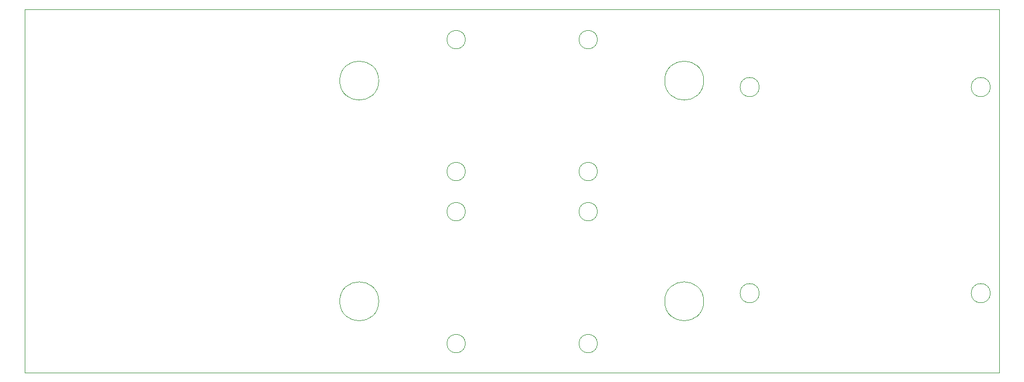
<source format=gm1>
G04 #@! TF.GenerationSoftware,KiCad,Pcbnew,9.0.0-9.0.0-2~ubuntu24.04.1*
G04 #@! TF.CreationDate,2025-04-02T00:55:11+02:00*
G04 #@! TF.ProjectId,Sensor_Mount,53656e73-6f72-45f4-9d6f-756e742e6b69,rev?*
G04 #@! TF.SameCoordinates,Original*
G04 #@! TF.FileFunction,Profile,NP*
%FSLAX46Y46*%
G04 Gerber Fmt 4.6, Leading zero omitted, Abs format (unit mm)*
G04 Created by KiCad (PCBNEW 9.0.0-9.0.0-2~ubuntu24.04.1) date 2025-04-02 00:55:11*
%MOMM*%
%LPD*%
G01*
G04 APERTURE LIST*
G04 #@! TA.AperFunction,Profile*
%ADD10C,0.050000*%
G04 #@! TD*
G04 APERTURE END LIST*
D10*
X83000000Y-36000000D02*
X233000000Y-36000000D01*
X233000000Y-92000000D01*
X83000000Y-92000000D01*
X83000000Y-36000000D01*
X187500000Y-47000000D02*
G75*
G02*
X181500000Y-47000000I-3000000J0D01*
G01*
X181500000Y-47000000D02*
G75*
G02*
X187500000Y-47000000I3000000J0D01*
G01*
X137500000Y-47000000D02*
G75*
G02*
X131500000Y-47000000I-3000000J0D01*
G01*
X131500000Y-47000000D02*
G75*
G02*
X137500000Y-47000000I3000000J0D01*
G01*
X187500000Y-81000000D02*
G75*
G02*
X181500000Y-81000000I-3000000J0D01*
G01*
X181500000Y-81000000D02*
G75*
G02*
X187500000Y-81000000I3000000J0D01*
G01*
X137500000Y-81000000D02*
G75*
G02*
X131500000Y-81000000I-3000000J0D01*
G01*
X131500000Y-81000000D02*
G75*
G02*
X137500000Y-81000000I3000000J0D01*
G01*
X150829903Y-67190000D02*
G75*
G02*
X147990097Y-67190000I-1419903J0D01*
G01*
X147990097Y-67190000D02*
G75*
G02*
X150829903Y-67190000I1419903J0D01*
G01*
X150829903Y-87510000D02*
G75*
G02*
X147990097Y-87510000I-1419903J0D01*
G01*
X147990097Y-87510000D02*
G75*
G02*
X150829903Y-87510000I1419903J0D01*
G01*
X171149903Y-67190000D02*
G75*
G02*
X168310097Y-67190000I-1419903J0D01*
G01*
X168310097Y-67190000D02*
G75*
G02*
X171149903Y-67190000I1419903J0D01*
G01*
X171149903Y-87510000D02*
G75*
G02*
X168310097Y-87510000I-1419903J0D01*
G01*
X168310097Y-87510000D02*
G75*
G02*
X171149903Y-87510000I1419903J0D01*
G01*
X150829903Y-40690000D02*
G75*
G02*
X147990097Y-40690000I-1419903J0D01*
G01*
X147990097Y-40690000D02*
G75*
G02*
X150829903Y-40690000I1419903J0D01*
G01*
X150829903Y-61010000D02*
G75*
G02*
X147990097Y-61010000I-1419903J0D01*
G01*
X147990097Y-61010000D02*
G75*
G02*
X150829903Y-61010000I1419903J0D01*
G01*
X171149903Y-40690000D02*
G75*
G02*
X168310097Y-40690000I-1419903J0D01*
G01*
X168310097Y-40690000D02*
G75*
G02*
X171149903Y-40690000I1419903J0D01*
G01*
X171149903Y-61010000D02*
G75*
G02*
X168310097Y-61010000I-1419903J0D01*
G01*
X168310097Y-61010000D02*
G75*
G02*
X171149903Y-61010000I1419903J0D01*
G01*
X196051062Y-47998000D02*
G75*
G02*
X193088938Y-47998000I-1481062J0D01*
G01*
X193088938Y-47998000D02*
G75*
G02*
X196051062Y-47998000I1481062J0D01*
G01*
X196051062Y-79748000D02*
G75*
G02*
X193088938Y-79748000I-1481062J0D01*
G01*
X193088938Y-79748000D02*
G75*
G02*
X196051062Y-79748000I1481062J0D01*
G01*
X231611062Y-47998000D02*
G75*
G02*
X228648938Y-47998000I-1481062J0D01*
G01*
X228648938Y-47998000D02*
G75*
G02*
X231611062Y-47998000I1481062J0D01*
G01*
X231611062Y-79748000D02*
G75*
G02*
X228648938Y-79748000I-1481062J0D01*
G01*
X228648938Y-79748000D02*
G75*
G02*
X231611062Y-79748000I1481062J0D01*
G01*
M02*

</source>
